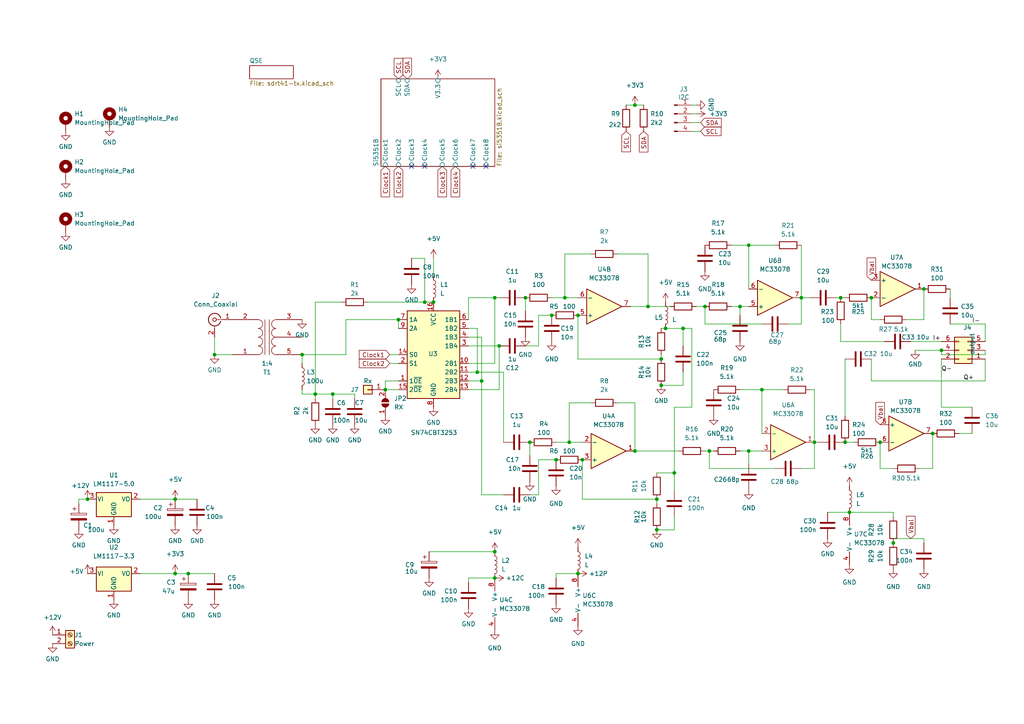
<source format=kicad_sch>
(kicad_sch (version 20230121) (generator eeschema)
  (paper "A4")
  (junction (at 217.17 71.12))
  (junction (at 160.02 91.44))
  (junction (at 165.1 128.27))
  (junction (at 273.05 101.6))
  (junction (at 187.96 88.9))
  (junction (at 184.15 30.48))
  (junction (at 123.19 87.63))
  (junction (at 87.63 102.87))
  (junction (at 91.44 114.3))
  (junction (at 191.77 111.76))
  (junction (at 96.52 114.3))
  (junction (at 198.12 95.25))
  (junction (at 205.74 130.81))
  (junction (at 190.5 144.78))
  (junction (at 153.67 128.27))
  (junction (at 220.98 113.03))
  (junction (at 246.38 148.59))
  (junction (at 111.76 113.03))
  (junction (at 25.4 144.78))
  (junction (at 232.41 86.36))
  (junction (at 204.47 88.9))
  (junction (at 245.11 128.27))
  (junction (at 191.77 104.14))
  (junction (at 115.57 92.71))
  (junction (at 144.78 100.33))
  (junction (at 161.29 133.35))
  (junction (at 193.04 95.25))
  (junction (at 163.83 86.36))
  (junction (at 217.17 130.81))
  (junction (at 190.5 153.67))
  (junction (at 143.51 160.02))
  (junction (at 139.7 110.49))
  (junction (at 255.27 128.27))
  (junction (at 50.8 144.78))
  (junction (at 125.73 87.63))
  (junction (at 143.51 86.36))
  (junction (at 54.61 166.37))
  (junction (at 243.84 86.36))
  (junction (at 259.08 157.48))
  (junction (at 138.43 107.95))
  (junction (at 167.64 91.44))
  (junction (at 152.4 86.36))
  (junction (at 236.22 128.27))
  (junction (at 267.97 83.82))
  (junction (at 168.91 133.35))
  (junction (at 143.51 167.64))
  (junction (at 50.8 166.37))
  (junction (at 195.58 137.16))
  (junction (at 270.51 125.73))
  (junction (at 167.64 166.37))
  (junction (at 252.73 86.36))
  (junction (at 214.63 88.9))
  (junction (at 184.15 130.81))
  (junction (at 62.23 102.87))
  (no_connect (at 137.16 48.26))
  (no_connect (at 119.38 48.26))
  (no_connect (at 123.19 48.26))
  (no_connect (at 140.97 48.26))
  (wire (pts (xy 217.17 71.12) (xy 217.17 83.82)))
  (wire (pts (xy 184.15 130.81) (xy 196.85 130.81)))
  (wire (pts (xy 267.97 157.48) (xy 267.97 156.21)))
  (wire (pts (xy 100.33 102.87) (xy 100.33 92.71)))
  (wire (pts (xy 205.74 130.81) (xy 207.01 130.81)))
  (wire (pts (xy 184.15 30.48) (xy 186.69 30.48)))
  (wire (pts (xy 236.22 128.27) (xy 237.49 128.27)))
  (wire (pts (xy 135.89 107.95) (xy 138.43 107.95)))
  (wire (pts (xy 156.21 100.33) (xy 156.21 91.44)))
  (wire (pts (xy 187.96 73.66) (xy 187.96 88.9)))
  (wire (pts (xy 200.66 33.02) (xy 201.93 33.02)))
  (wire (pts (xy 243.84 93.98) (xy 243.84 99.06)))
  (wire (pts (xy 87.63 114.3) (xy 91.44 114.3)))
  (wire (pts (xy 54.61 166.37) (xy 62.23 166.37)))
  (wire (pts (xy 195.58 118.11) (xy 200.66 118.11)))
  (wire (pts (xy 165.1 128.27) (xy 168.91 128.27)))
  (wire (pts (xy 163.83 73.66) (xy 163.83 86.36)))
  (wire (pts (xy 285.75 110.49) (xy 285.75 104.14)))
  (wire (pts (xy 115.57 110.49) (xy 111.76 110.49)))
  (wire (pts (xy 135.89 105.41) (xy 143.51 105.41)))
  (wire (pts (xy 144.78 113.03) (xy 144.78 100.33)))
  (wire (pts (xy 102.87 115.57) (xy 102.87 114.3)))
  (wire (pts (xy 198.12 100.33) (xy 198.12 95.25)))
  (wire (pts (xy 204.47 130.81) (xy 205.74 130.81)))
  (wire (pts (xy 91.44 114.3) (xy 96.52 114.3)))
  (wire (pts (xy 87.63 105.41) (xy 87.63 102.87)))
  (wire (pts (xy 193.04 95.25) (xy 191.77 95.25)))
  (wire (pts (xy 243.84 99.06) (xy 256.54 99.06)))
  (wire (pts (xy 214.63 91.44) (xy 214.63 88.9)))
  (wire (pts (xy 252.73 86.36) (xy 252.73 92.71)))
  (wire (pts (xy 143.51 86.36) (xy 144.78 86.36)))
  (wire (pts (xy 167.64 166.37) (xy 161.29 166.37)))
  (wire (pts (xy 91.44 87.63) (xy 99.06 87.63)))
  (wire (pts (xy 255.27 92.71) (xy 252.73 92.71)))
  (wire (pts (xy 171.45 116.84) (xy 165.1 116.84)))
  (wire (pts (xy 201.93 88.9) (xy 204.47 88.9)))
  (wire (pts (xy 161.29 128.27) (xy 165.1 128.27)))
  (wire (pts (xy 161.29 166.37) (xy 161.29 167.64)))
  (wire (pts (xy 214.63 113.03) (xy 220.98 113.03)))
  (wire (pts (xy 156.21 133.35) (xy 161.29 133.35)))
  (wire (pts (xy 168.91 133.35) (xy 168.91 144.78)))
  (wire (pts (xy 102.87 114.3) (xy 96.52 114.3)))
  (wire (pts (xy 191.77 111.76) (xy 198.12 111.76)))
  (wire (pts (xy 146.05 143.51) (xy 139.7 143.51)))
  (wire (pts (xy 285.75 102.87) (xy 273.05 102.87)))
  (wire (pts (xy 224.79 71.12) (xy 217.17 71.12)))
  (wire (pts (xy 138.43 107.95) (xy 146.05 107.95)))
  (wire (pts (xy 232.41 86.36) (xy 234.95 86.36)))
  (wire (pts (xy 160.02 86.36) (xy 163.83 86.36)))
  (wire (pts (xy 245.11 128.27) (xy 247.65 128.27)))
  (wire (pts (xy 212.09 88.9) (xy 214.63 88.9)))
  (wire (pts (xy 87.63 102.87) (xy 100.33 102.87)))
  (wire (pts (xy 267.97 92.71) (xy 267.97 83.82)))
  (wire (pts (xy 156.21 91.44) (xy 160.02 91.44)))
  (wire (pts (xy 179.07 116.84) (xy 184.15 116.84)))
  (wire (pts (xy 62.23 102.87) (xy 67.31 102.87)))
  (wire (pts (xy 220.98 93.98) (xy 204.47 93.98)))
  (wire (pts (xy 115.57 92.71) (xy 115.57 95.25)))
  (wire (pts (xy 270.51 135.89) (xy 270.51 125.73)))
  (wire (pts (xy 259.08 156.21) (xy 259.08 157.48)))
  (wire (pts (xy 242.57 86.36) (xy 243.84 86.36)))
  (wire (pts (xy 227.33 113.03) (xy 220.98 113.03)))
  (wire (pts (xy 22.86 144.78) (xy 22.86 146.05)))
  (wire (pts (xy 228.6 93.98) (xy 232.41 93.98)))
  (wire (pts (xy 153.67 143.51) (xy 156.21 143.51)))
  (wire (pts (xy 87.63 113.03) (xy 87.63 114.3)))
  (wire (pts (xy 179.07 73.66) (xy 187.96 73.66)))
  (wire (pts (xy 171.45 73.66) (xy 163.83 73.66)))
  (wire (pts (xy 234.95 113.03) (xy 236.22 113.03)))
  (wire (pts (xy 165.1 116.84) (xy 165.1 128.27)))
  (wire (pts (xy 115.57 102.87) (xy 113.03 102.87)))
  (wire (pts (xy 252.73 104.14) (xy 252.73 110.49)))
  (wire (pts (xy 191.77 104.14) (xy 167.64 104.14)))
  (wire (pts (xy 156.21 143.51) (xy 156.21 133.35)))
  (wire (pts (xy 139.7 110.49) (xy 139.7 97.79)))
  (wire (pts (xy 135.89 110.49) (xy 139.7 110.49)))
  (wire (pts (xy 50.8 144.78) (xy 57.15 144.78)))
  (wire (pts (xy 135.89 167.64) (xy 143.51 167.64)))
  (wire (pts (xy 285.75 101.6) (xy 285.75 102.87)))
  (wire (pts (xy 167.64 104.14) (xy 167.64 91.44)))
  (wire (pts (xy 195.58 137.16) (xy 195.58 118.11)))
  (wire (pts (xy 262.89 92.71) (xy 267.97 92.71)))
  (wire (pts (xy 217.17 130.81) (xy 220.98 130.81)))
  (wire (pts (xy 252.73 110.49) (xy 285.75 110.49)))
  (wire (pts (xy 285.75 93.98) (xy 285.75 99.06)))
  (wire (pts (xy 200.66 35.56) (xy 203.2 35.56)))
  (wire (pts (xy 111.76 113.03) (xy 115.57 113.03)))
  (wire (pts (xy 138.43 107.95) (xy 138.43 95.25)))
  (wire (pts (xy 153.67 128.27) (xy 153.67 132.08)))
  (wire (pts (xy 125.73 87.63) (xy 123.19 87.63)))
  (wire (pts (xy 139.7 143.51) (xy 139.7 110.49)))
  (wire (pts (xy 259.08 148.59) (xy 246.38 148.59)))
  (wire (pts (xy 259.08 149.86) (xy 259.08 148.59)))
  (wire (pts (xy 214.63 88.9) (xy 217.17 88.9)))
  (wire (pts (xy 232.41 71.12) (xy 232.41 86.36)))
  (wire (pts (xy 264.16 99.06) (xy 273.05 99.06)))
  (wire (pts (xy 22.86 144.78) (xy 25.4 144.78)))
  (wire (pts (xy 278.13 125.73) (xy 281.94 125.73)))
  (wire (pts (xy 54.61 166.37) (xy 50.8 166.37)))
  (wire (pts (xy 195.58 153.67) (xy 195.58 149.86)))
  (wire (pts (xy 212.09 71.12) (xy 217.17 71.12)))
  (wire (pts (xy 190.5 137.16) (xy 195.58 137.16)))
  (wire (pts (xy 124.46 160.02) (xy 143.51 160.02)))
  (wire (pts (xy 91.44 87.63) (xy 91.44 114.3)))
  (wire (pts (xy 144.78 100.33) (xy 135.89 100.33)))
  (wire (pts (xy 62.23 97.79) (xy 62.23 102.87)))
  (wire (pts (xy 191.77 102.87) (xy 191.77 104.14)))
  (wire (pts (xy 113.03 105.41) (xy 115.57 105.41)))
  (wire (pts (xy 100.33 92.71) (xy 115.57 92.71)))
  (wire (pts (xy 135.89 113.03) (xy 144.78 113.03)))
  (wire (pts (xy 138.43 95.25) (xy 135.89 95.25)))
  (wire (pts (xy 198.12 95.25) (xy 193.04 95.25)))
  (wire (pts (xy 275.59 93.98) (xy 285.75 93.98)))
  (wire (pts (xy 40.64 166.37) (xy 50.8 166.37)))
  (wire (pts (xy 281.94 118.11) (xy 273.05 118.11)))
  (wire (pts (xy 200.66 38.1) (xy 203.2 38.1)))
  (wire (pts (xy 243.84 86.36) (xy 245.11 86.36)))
  (wire (pts (xy 96.52 115.57) (xy 96.52 114.3)))
  (wire (pts (xy 184.15 116.84) (xy 184.15 130.81)))
  (wire (pts (xy 214.63 130.81) (xy 217.17 130.81)))
  (wire (pts (xy 195.58 142.24) (xy 195.58 137.16)))
  (wire (pts (xy 135.89 86.36) (xy 143.51 86.36)))
  (wire (pts (xy 217.17 134.62) (xy 217.17 130.81)))
  (wire (pts (xy 187.96 88.9) (xy 194.31 88.9)))
  (wire (pts (xy 198.12 111.76) (xy 198.12 107.95)))
  (wire (pts (xy 245.11 120.65) (xy 245.11 104.14)))
  (wire (pts (xy 123.19 87.63) (xy 123.19 74.93)))
  (wire (pts (xy 273.05 102.87) (xy 273.05 101.6)))
  (wire (pts (xy 135.89 168.91) (xy 135.89 167.64)))
  (wire (pts (xy 266.7 135.89) (xy 270.51 135.89)))
  (wire (pts (xy 152.4 86.36) (xy 152.4 90.17)))
  (wire (pts (xy 265.43 101.6) (xy 273.05 101.6)))
  (wire (pts (xy 204.47 93.98) (xy 204.47 88.9)))
  (wire (pts (xy 220.98 113.03) (xy 220.98 125.73)))
  (wire (pts (xy 255.27 128.27) (xy 255.27 135.89)))
  (wire (pts (xy 275.59 83.82) (xy 275.59 86.36)))
  (wire (pts (xy 232.41 93.98) (xy 232.41 86.36)))
  (wire (pts (xy 106.68 87.63) (xy 123.19 87.63)))
  (wire (pts (xy 259.08 135.89) (xy 255.27 135.89)))
  (wire (pts (xy 236.22 113.03) (xy 236.22 128.27)))
  (wire (pts (xy 190.5 153.67) (xy 195.58 153.67)))
  (wire (pts (xy 190.5 144.78) (xy 190.5 146.05)))
  (wire (pts (xy 143.51 105.41) (xy 143.51 86.36)))
  (wire (pts (xy 273.05 118.11) (xy 273.05 104.14)))
  (wire (pts (xy 135.89 92.71) (xy 135.89 86.36)))
  (wire (pts (xy 123.19 74.93) (xy 119.38 74.93)))
  (wire (pts (xy 40.64 144.78) (xy 50.8 144.78)))
  (wire (pts (xy 181.61 30.48) (xy 184.15 30.48)))
  (wire (pts (xy 125.73 74.93) (xy 125.73 80.01)))
  (wire (pts (xy 91.44 114.3) (xy 91.44 115.57)))
  (wire (pts (xy 111.76 110.49) (xy 111.76 113.03)))
  (wire (pts (xy 267.97 156.21) (xy 259.08 156.21)))
  (wire (pts (xy 200.66 95.25) (xy 198.12 95.25)))
  (wire (pts (xy 182.88 88.9) (xy 187.96 88.9)))
  (wire (pts (xy 200.66 118.11) (xy 200.66 95.25)))
  (wire (pts (xy 163.83 86.36) (xy 167.64 86.36)))
  (wire (pts (xy 152.4 100.33) (xy 156.21 100.33)))
  (wire (pts (xy 205.74 135.89) (xy 205.74 130.81)))
  (wire (pts (xy 146.05 107.95) (xy 146.05 128.27)))
  (wire (pts (xy 236.22 135.89) (xy 236.22 128.27)))
  (wire (pts (xy 224.79 135.89) (xy 205.74 135.89)))
  (wire (pts (xy 246.38 148.59) (xy 240.03 148.59)))
  (wire (pts (xy 232.41 135.89) (xy 236.22 135.89)))
  (wire (pts (xy 201.93 30.48) (xy 200.66 30.48)))
  (wire (pts (xy 168.91 144.78) (xy 190.5 144.78)))
  (wire (pts (xy 139.7 97.79) (xy 135.89 97.79)))
  (label "Q-" (at 273.05 107.95 0))
  (label "I+" (at 270.51 99.06 0))
  (label "I-" (at 281.94 93.98 0))
  (label "Q+" (at 279.4 110.49 0))
  (global_label "SCL" (shape input) (at 203.2 38.1 0) (property "Intersheetrefs" "${INTERSHEET_REFS}" (effects hide)))
  (global_label "SCL" (shape input) (at 181.61 38.1 270) (property "Intersheetrefs" "${INTERSHEET_REFS}" (effects hide)))
  (global_label "Vbal" (shape input) (at 255.27 123.19 90) (property "Intersheetrefs" "${INTERSHEET_REFS}" (effects hide)))
  (global_label "SDA" (shape input) (at 203.2 35.56 0) (property "Intersheetrefs" "${INTERSHEET_REFS}" (effects hide)))
  (global_label "Clock2" (shape input) (at 115.57 48.26 270) (property "Intersheetrefs" "${INTERSHEET_REFS}" (effects hide)))
  (global_label "Vbal" (shape input) (at 264.16 156.21 90) (property "Intersheetrefs" "${INTERSHEET_REFS}" (effects hide)))
  (global_label "Clock1" (shape input) (at 111.76 48.26 270) (property "Intersheetrefs" "${INTERSHEET_REFS}" (effects hide)))
  (global_label "Clock2" (shape input) (at 113.03 105.41 180) (property "Intersheetrefs" "${INTERSHEET_REFS}" (effects hide)))
  (global_label "Clock3" (shape input) (at 128.27 48.26 270) (property "Intersheetrefs" "${INTERSHEET_REFS}" (effects hide)))
  (global_label "Vbal" (shape input) (at 252.73 81.28 90) (property "Intersheetrefs" "${INTERSHEET_REFS}" (effects hide)))
  (global_label "SDA" (shape input) (at 186.69 38.1 270) (property "Intersheetrefs" "${INTERSHEET_REFS}" (effects hide)))
  (global_label "SCL" (shape input) (at 115.57 22.86 90) (property "Intersheetrefs" "${INTERSHEET_REFS}" (effects hide)))
  (global_label "Clock4" (shape input) (at 132.08 48.26 270) (property "Intersheetrefs" "${INTERSHEET_REFS}" (effects hide)))
  (global_label "SDA" (shape input) (at 118.11 22.86 90) (property "Intersheetrefs" "${INTERSHEET_REFS}" (effects hide)))
  (global_label "Clock1" (shape input) (at 113.03 102.87 180) (property "Intersheetrefs" "${INTERSHEET_REFS}" (effects hide)))
  (symbol (lib_id "power:GND") (at 96.52 123.19 0) (mirror y) (unit 1)
    (property "Reference" "#PWR017" (effects hide))
    (property "Value" "GND" (at 96.52 127.635 0))
  )
  (symbol (lib_id "power:+5V") (at 193.04 87.63 0) (unit 1)
    (property "Reference" "#PWR046" (effects hide))
    (property "Value" "+5V" (at 193.04 81.915 0))
  )
  (symbol (lib_id "Device:C") (at 267.97 161.29 0) (mirror x) (unit 1)
    (property "Reference" "C34" (at 264.795 160.0199 0) (effects (justify right)))
    (property "Value" "100n" (at 264.795 162.5599 0) (effects (justify right)))
    (property "Footprint" "Capacitor_SMD:C_0805_2012Metric" (effects hide))
  )
  (symbol (lib_id "Device:C") (at 248.92 104.14 90) (unit 1)
    (property "Reference" "C32" (at 252.476 102.616 90))
    (property "Value" "10u" (at 257.048 102.616 90))
    (property "Footprint" "Capacitor_SMD:C_0805_2012Metric" (effects hide))
  )
  (symbol (lib_id "power:GND") (at 143.51 182.88 0) (unit 1)
    (property "Reference" "#PWR029" (effects hide))
    (property "Value" "GND" (at 143.51 187.96 0))
  )
  (symbol (lib_id "Jumper:SolderJumper_2_Open") (at 111.76 116.84 90) (unit 1)
    (property "Reference" "JP2" (at 114.3 115.5699 90) (effects (justify right)))
    (property "Value" "RX" (at 114.3 118.1099 90) (effects (justify right)))
    (property "Footprint" "Jumper:SolderJumper-2_P1.3mm_Open_Pad1.0x1.5mm" (effects hide))
  )
  (symbol (lib_id "Device:C") (at 224.79 93.98 90) (unit 1)
    (property "Reference" "C27" (at 225.425 97.155 90))
    (property "Value" "68p" (at 224.79 99.06 90))
    (property "Footprint" "Capacitor_SMD:C_0805_2012Metric" (effects hide))
  )
  (symbol (lib_id "Device:C") (at 119.38 78.74 180) (unit 1)
    (property "Reference" "C8" (at 122.555 77.4699 0) (effects (justify right)))
    (property "Value" "100n" (at 122.555 80.0099 0) (effects (justify right)))
    (property "Footprint" "Capacitor_SMD:C_0805_2012Metric" (effects hide))
  )
  (symbol (lib_id "power:GND") (at 207.01 120.65 0) (unit 1)
    (property "Reference" "#PWR048" (effects hide))
    (property "Value" "GND" (at 207.01 125.73 0))
  )
  (symbol (lib_id "Analog_Switch:SN74CBT3253") (at 125.73 102.87 0) (unit 1)
    (property "Reference" "U3" (at 124.206 102.616 0) (effects (justify left)))
    (property "Value" "SN74CBT3253" (at 119.126 125.476 0) (effects (justify left)))
    (property "Footprint" "Package_SO:TSSOP-16_4.4x5mm_P0.65mm" (effects hide))
    (property "Datasheet" "http://www.ti.com/lit/gpn/sn74cbt3253" (effects hide))
  )
  (symbol (lib_id "power:GND") (at 33.02 152.4 0) (unit 1)
    (property "Reference" "#PWR06" (effects hide))
    (property "Value" "GND" (at 33.02 156.845 0))
  )
  (symbol (lib_id "Device:C") (at 149.86 143.51 270) (unit 1)
    (property "Reference" "C14" (at 145.415 147.32 90))
    (property "Value" "1u" (at 149.86 147.32 90))
    (property "Footprint" "Capacitor_SMD:C_0805_2012Metric" (effects hide))
  )
  (symbol (lib_id "Connector_Generic:Conn_02x03_Odd_Even") (at 280.67 101.6 180) (unit 1)
    (property "Reference" "J4" (at 279.4 94.996 0) (effects (justify right)))
    (property "Value" "output" (at 281.94 102.8699 90) (effects (justify right)))
    (property "Footprint" "Connector_PinHeader_2.54mm:PinHeader_2x03_P2.54mm_Vertical" (effects hide))
  )
  (symbol (lib_id "Amplifier_Operational:MC33078") (at 176.53 130.81 0) (mirror x) (unit 1)
    (property "Reference" "U4" (at 176.53 120.65 0))
    (property "Value" "MC33078" (at 176.53 123.19 0))
    (property "Footprint" "Package_SO:SO-8_3.9x4.9mm_P1.27mm" (effects hide))
    (property "Datasheet" "https://www.onsemi.com/pub/Collateral/MC33078-D.PDF" (effects hide))
  )
  (symbol (lib_id "power:+3.3V") (at 184.15 30.48 0) (unit 1)
    (property "Reference" "#PWR041" (effects hide))
    (property "Value" "+3.3V" (at 184.15 24.765 0))
  )
  (symbol (lib_id "Device:C") (at 148.59 86.36 270) (unit 1)
    (property "Reference" "C11" (at 148.59 78.74 90))
    (property "Value" "1u" (at 148.59 81.28 90))
    (property "Footprint" "Capacitor_SMD:C_0805_2012Metric" (effects hide))
  )
  (symbol (lib_id "power:GND") (at 214.63 99.06 0) (unit 1)
    (property "Reference" "#PWR049" (effects hide))
    (property "Value" "GND" (at 214.63 104.14 0))
  )
  (symbol (lib_id "Device:C") (at 149.86 128.27 270) (unit 1)
    (property "Reference" "C13" (at 149.86 120.65 90))
    (property "Value" "1u" (at 149.86 123.19 90))
    (property "Footprint" "Capacitor_SMD:C_0805_2012Metric" (effects hide))
  )
  (symbol (lib_id "Regulator_Linear:LM1117-5.0") (at 33.02 144.78 0) (unit 1)
    (property "Reference" "U1" (at 33.02 137.795 0))
    (property "Value" "LM1117-5.0" (at 33.02 140.335 0))
    (property "Footprint" "Package_TO_SOT_SMD:SOT-223-3_TabPin2" (effects hide))
    (property "Datasheet" "http://www.ti.com/lit/ds/symlink/lm1117.pdf" (effects hide))
  )
  (symbol (lib_id "power:GND") (at 167.64 181.61 0) (unit 1)
    (property "Reference" "#PWR040" (effects hide))
    (property "Value" "GND" (at 167.64 186.69 0))
  )
  (symbol (lib_id "power:GND") (at 190.5 153.67 0) (unit 1)
    (property "Reference" "#PWR044" (effects hide))
    (property "Value" "GND" (at 190.5 158.115 0))
  )
  (symbol (lib_id "Device:R") (at 165.1 133.35 270) (unit 1)
    (property "Reference" "R6" (at 160.655 130.81 90))
    (property "Value" "100" (at 165.1 130.81 90))
    (property "Footprint" "Resistor_SMD:R_0805_2012Metric" (effects hide))
  )
  (symbol (lib_id "Device:R") (at 210.82 113.03 90) (unit 1)
    (property "Reference" "R19" (at 210.82 106.68 90))
    (property "Value" "5.1k" (at 210.82 109.22 90))
    (property "Footprint" "Resistor_SMD:R_0805_2012Metric" (effects hide))
  )
  (symbol (lib_id "power:GND") (at 204.47 78.74 0) (unit 1)
    (property "Reference" "#PWR047" (effects hide))
    (property "Value" "GND" (at 204.47 83.82 0))
  )
  (symbol (lib_id "Device:R") (at 208.28 88.9 270) (unit 1)
    (property "Reference" "R18" (at 208.28 82.55 90))
    (property "Value" "5.1k" (at 208.28 85.09 90))
    (property "Footprint" "Resistor_SMD:R_0805_2012Metric" (effects hide))
  )
  (symbol (lib_id "Device:C") (at 238.76 86.36 90) (unit 1)
    (property "Reference" "C29" (at 238.76 78.74 90))
    (property "Value" "10u" (at 238.76 81.28 90))
    (property "Footprint" "Capacitor_SMD:C_0805_2012Metric" (effects hide))
  )
  (symbol (lib_id "Device:R") (at 248.92 86.36 270) (unit 1)
    (property "Reference" "R25" (at 248.92 90.424 90))
    (property "Value" "5k1" (at 248.92 88.646 90))
    (property "Footprint" "Resistor_SMD:R_0805_2012Metric" (effects hide))
  )
  (symbol (lib_id "Device:R") (at 262.89 135.89 270) (unit 1)
    (property "Reference" "R30" (at 260.604 138.684 90))
    (property "Value" "5.1k" (at 264.922 138.684 90))
    (property "Footprint" "Resistor_SMD:R_0805_2012Metric" (effects hide))
  )
  (symbol (lib_id "Device:C_Polarized") (at 124.46 163.83 0) (unit 1)
    (property "Reference" "C9" (at 117.475 163.83 0) (effects (justify left)))
    (property "Value" "10u" (at 117.475 165.735 0) (effects (justify left)))
    (property "Footprint" "Capacitor_SMD:C_0805_2012Metric" (effects hide))
  )
  (symbol (lib_id "Device:C") (at 204.47 74.93 180) (unit 1)
    (property "Reference" "C23" (at 208.28 73.6599 0) (effects (justify right)))
    (property "Value" "10u" (at 208.28 76.1999 0) (effects (justify right)))
    (property "Footprint" "Capacitor_SMD:C_0805_2012Metric" (effects hide))
  )
  (symbol (lib_id "Device:R") (at 91.44 119.38 0) (unit 1)
    (property "Reference" "R2" (at 86.106 119.126 90))
    (property "Value" "2k" (at 88.646 119.126 90))
    (property "Footprint" "Resistor_SMD:R_0805_2012Metric" (effects hide))
  )
  (symbol (lib_id "Device:L") (at 246.38 144.78 0) (unit 1)
    (property "Reference" "L6" (at 248.285 143.5099 0) (effects (justify left)))
    (property "Value" "L" (at 248.285 146.0499 0) (effects (justify left)))
    (property "Footprint" "Inductor_SMD:L_0603_1608Metric" (effects hide))
  )
  (symbol (lib_id "Device:R") (at 175.26 116.84 270) (unit 1)
    (property "Reference" "R8" (at 175.26 110.49 90))
    (property "Value" "2k" (at 175.26 113.03 90))
    (property "Footprint" "Resistor_SMD:R_0805_2012Metric" (effects hide))
  )
  (symbol (lib_id "Device:R") (at 190.5 140.97 0) (unit 1)
    (property "Reference" "R11" (at 184.15 140.97 90))
    (property "Value" "10k" (at 186.69 140.97 90))
    (property "Footprint" "Resistor_SMD:R_0805_2012Metric" (effects hide))
  )
  (symbol (lib_id "power:+5V") (at 143.51 160.02 0) (unit 1)
    (property "Reference" "#PWR027" (effects hide))
    (property "Value" "+5V" (at 143.51 154.305 0))
  )
  (symbol (lib_id "Device:R") (at 231.14 113.03 270) (unit 1)
    (property "Reference" "R22" (at 231.14 107.315 90))
    (property "Value" "5.1k" (at 231.14 109.855 90))
    (property "Footprint" "Resistor_SMD:R_0805_2012Metric" (effects hide))
  )
  (symbol (lib_id "Amplifier_Operational:MC33078") (at 224.79 86.36 0) (mirror x) (unit 2)
    (property "Reference" "U6" (at 224.79 75.565 0))
    (property "Value" "MC33078" (at 224.79 78.105 0))
    (property "Footprint" "Package_SO:SO-8_3.9x4.9mm_P1.27mm" (effects hide))
    (property "Datasheet" "https://www.onsemi.com/pub/Collateral/MC33078-D.PDF" (effects hide))
  )
  (symbol (lib_id "Device:R") (at 271.78 83.82 270) (unit 1)
    (property "Reference" "R31" (at 271.78 78.105 90))
    (property "Value" "100" (at 271.78 80.645 90))
    (property "Footprint" "Resistor_SMD:R_0805_2012Metric" (effects hide))
  )
  (symbol (lib_id "Device:R") (at 259.08 153.67 0) (unit 1)
    (property "Reference" "R28" (at 252.73 153.67 90))
    (property "Value" "10k" (at 255.27 153.67 90))
    (property "Footprint" "Resistor_SMD:R_0805_2012Metric" (effects hide))
  )
  (symbol (lib_id "Device:C") (at 153.67 135.89 180) (unit 1)
    (property "Reference" "C17" (at 146.685 133.35 0) (effects (justify right)))
    (property "Value" "10n" (at 147.32 135.89 0) (effects (justify right)))
    (property "Footprint" "Capacitor_SMD:C_0805_2012Metric" (effects hide))
  )
  (symbol (lib_id "Device:C") (at 62.23 170.18 0) (mirror x) (unit 1)
    (property "Reference" "C5" (at 68.58 167.64 0) (effects (justify right)))
    (property "Value" "100n" (at 71.12 170.18 0) (effects (justify right)))
    (property "Footprint" "Capacitor_SMD:C_0805_2012Metric" (effects hide))
  )
  (symbol (lib_id "power:GND") (at 135.89 176.53 0) (mirror y) (unit 1)
    (property "Reference" "#PWR026" (effects hide))
    (property "Value" "GND" (at 135.89 180.975 0))
  )
  (symbol (lib_id "Device:R") (at 191.77 99.06 0) (unit 1)
    (property "Reference" "R13" (at 186.055 99.06 90))
    (property "Value" "10k" (at 187.96 99.06 90))
    (property "Footprint" "Resistor_SMD:R_0805_2012Metric" (effects hide))
  )
  (symbol (lib_id "Mechanical:MountingHole_Pad") (at 19.05 64.77 0) (unit 1)
    (property "Reference" "H3" (at 21.59 62.2299 0) (effects (justify left)))
    (property "Value" "MountingHole_Pad" (at 21.59 64.7699 0) (effects (justify left)))
    (property "Footprint" "MountingHole:MountingHole_3.2mm_M3_Pad_Via" (effects hide))
  )
  (symbol (lib_id "power:GND") (at 19.05 52.07 0) (unit 1)
    (property "Reference" "#PWR025" (effects hide))
    (property "Value" "GND" (at 19.05 56.515 0))
  )
  (symbol (lib_id "power:GND") (at 19.05 38.1 0) (unit 1)
    (property "Reference" "#PWR030" (effects hide))
    (property "Value" "GND" (at 19.05 42.545 0))
  )
  (symbol (lib_id "Device:R") (at 163.83 91.44 270) (unit 1)
    (property "Reference" "R5" (at 160.655 88.9 90))
    (property "Value" "100" (at 165.1 88.9 90))
    (property "Footprint" "Resistor_SMD:R_0805_2012Metric" (effects hide))
  )
  (symbol (lib_id "power:GND") (at 152.4 97.79 0) (unit 1)
    (property "Reference" "#PWR032" (effects hide))
    (property "Value" "GND" (at 152.4 102.87 0))
  )
  (symbol (lib_id "Device:R") (at 190.5 149.86 0) (unit 1)
    (property "Reference" "R12" (at 184.785 149.86 90))
    (property "Value" "10k" (at 186.69 149.86 90))
    (property "Footprint" "Resistor_SMD:R_0805_2012Metric" (effects hide))
  )
  (symbol (lib_id "Device:R") (at 102.87 87.63 90) (unit 1)
    (property "Reference" "R1" (at 102.87 82.55 90))
    (property "Value" "2k" (at 102.87 85.09 90))
    (property "Footprint" "Resistor_SMD:R_0805_2012Metric" (effects hide))
  )
  (symbol (lib_id "power:GND") (at 19.05 67.31 0) (unit 1)
    (property "Reference" "#PWR024" (effects hide))
    (property "Value" "GND" (at 19.05 71.755 0))
  )
  (symbol (lib_id "power:+12C") (at 143.51 167.64 270) (unit 1)
    (property "Reference" "#PWR028" (effects hide))
    (property "Value" "+12C" (at 146.685 167.6399 90) (effects (justify left)))
  )
  (symbol (lib_id "power:GND") (at 119.38 82.55 0) (unit 1)
    (property "Reference" "#PWR020" (effects hide))
    (property "Value" "GND" (at 119.38 86.995 0))
  )
  (symbol (lib_id "Mechanical:MountingHole_Pad") (at 19.05 35.56 0) (unit 1)
    (property "Reference" "H1" (at 21.59 33.0199 0) (effects (justify left)))
    (property "Value" "MountingHole_Pad" (at 21.59 35.5599 0) (effects (justify left)))
    (property "Footprint" "MountingHole:MountingHole_3.2mm_M3_Pad_Via" (effects hide))
  )
  (symbol (lib_id "Device:C") (at 160.02 95.25 180) (unit 1)
    (property "Reference" "C19" (at 162.56 95.25 0) (effects (justify right)))
    (property "Value" "10n" (at 162.56 97.79 0) (effects (justify right)))
    (property "Footprint" "Capacitor_SMD:C_0805_2012Metric" (effects hide))
  )
  (symbol (lib_id "power:GND") (at 201.93 30.48 90) (unit 1)
    (property "Reference" "#PWR043" (effects hide))
    (property "Value" "GND" (at 206.3242 30.353 0))
  )
  (symbol (lib_id "Device:R") (at 274.32 125.73 270) (unit 1)
    (property "Reference" "R32" (at 274.32 120.015 90))
    (property "Value" "100" (at 274.32 122.555 90))
    (property "Footprint" "Resistor_SMD:R_0805_2012Metric" (effects hide))
  )
  (symbol (lib_id "power:+5V") (at 50.8 144.78 0) (unit 1)
    (property "Reference" "#PWR08" (effects hide))
    (property "Value" "+5V" (at 50.8 139.065 0))
  )
  (symbol (lib_id "Device:Transformer_1P_SS") (at 77.47 97.79 0) (mirror x) (unit 1)
    (property "Reference" "T1" (at 77.4827 107.95 0))
    (property "Value" "1:4" (at 77.4827 105.41 0))
    (property "Footprint" "tubes:Transformer_Toroid_Horizontal_D12.5mm_Amidon-T44" (effects hide))
  )
  (symbol (lib_id "Mechanical:MountingHole_Pad") (at 19.05 49.53 0) (unit 1)
    (property "Reference" "H2" (at 21.59 46.9899 0) (effects (justify left)))
    (property "Value" "MountingHole_Pad" (at 21.59 49.5299 0) (effects (justify left)))
    (property "Footprint" "MountingHole:MountingHole_3.2mm_M3_Pad_Via" (effects hide))
  )
  (symbol (lib_id "Device:R") (at 186.69 34.29 0) (unit 1)
    (property "Reference" "R10" (at 188.595 33.0199 0) (effects (justify left)))
    (property "Value" "2k2" (at 188.595 35.5599 0) (effects (justify left)))
    (property "Footprint" "Resistor_SMD:R_0805_2012Metric" (effects hide))
  )
  (symbol (lib_id "power:GND") (at 102.87 123.19 0) (mirror y) (unit 1)
    (property "Reference" "#PWR018" (effects hide))
    (property "Value" "GND" (at 102.87 127.635 0))
  )
  (symbol (lib_id "power:+5V") (at 25.4 166.37 0) (unit 1)
    (property "Reference" "#PWR05" (effects hide))
    (property "Value" "+5V" (at 22.225 165.735 0))
  )
  (symbol (lib_id "power:GND") (at 246.38 163.83 0) (unit 1)
    (property "Reference" "#PWR053" (effects hide))
    (property "Value" "GND" (at 246.38 168.91 0))
  )
  (symbol (lib_id "Connector:Screw_Terminal_01x02") (at 20.32 184.15 0) (unit 1)
    (property "Reference" "J1" (at 21.59 184.1499 0) (effects (justify left)))
    (property "Value" "Power" (at 21.59 186.6899 0) (effects (justify left)))
    (property "Footprint" "TerminalBlock_MetzConnect:TerminalBlock_MetzConnect_Type011_RT05502HBWC_1x02_P5.00mm_Horizontal" (effects hide))
  )
  (symbol (lib_id "power:+5V") (at 246.38 140.97 0) (unit 1)
    (property "Reference" "#PWR052" (effects hide))
    (property "Value" "+5V" (at 246.38 135.255 0))
  )
  (symbol (lib_id "Device:L") (at 125.73 83.82 0) (unit 1)
    (property "Reference" "L1" (at 127.635 82.5499 0) (effects (justify left)))
    (property "Value" "L" (at 127.635 85.0899 0) (effects (justify left)))
    (property "Footprint" "Inductor_SMD:L_0603_1608Metric" (effects hide))
  )
  (symbol (lib_id "Device:R") (at 198.12 88.9 270) (unit 1)
    (property "Reference" "R15" (at 198.12 82.55 90))
    (property "Value" "5.1k" (at 198.12 85.09 90))
    (property "Footprint" "Resistor_SMD:R_0805_2012Metric" (effects hide))
  )
  (symbol (lib_id "Device:C") (at 195.58 146.05 180) (unit 1)
    (property "Reference" "C21" (at 199.39 144.7799 0) (effects (justify right)))
    (property "Value" "100n" (at 199.39 147.3199 0) (effects (justify right)))
    (property "Footprint" "Capacitor_SMD:C_0805_2012Metric" (effects hide))
  )
  (symbol (lib_id "Device:R") (at 251.46 128.27 270) (unit 1)
    (property "Reference" "R26" (at 251.46 132.334 90))
    (property "Value" "5k1" (at 251.46 130.556 90))
    (property "Footprint" "Resistor_SMD:R_0805_2012Metric" (effects hide))
  )
  (symbol (lib_id "Device:C") (at 214.63 95.25 180) (unit 1)
    (property "Reference" "C25" (at 207.01 96.52 0) (effects (justify right)))
    (property "Value" "68p" (at 207.01 98.425 0) (effects (justify right)))
    (property "Footprint" "Capacitor_SMD:C_0805_2012Metric" (effects hide))
  )
  (symbol (lib_id "power:+12V") (at 25.4 144.78 0) (unit 1)
    (property "Reference" "#PWR04" (effects hide))
    (property "Value" "+12V" (at 20.701 140.843 0) (effects (justify left)))
  )
  (symbol (lib_id "Device:C") (at 240.03 152.4 0) (mirror x) (unit 1)
    (property "Reference" "C30" (at 236.855 151.1299 0) (effects (justify right)))
    (property "Value" "100n" (at 236.855 153.6699 0) (effects (justify right)))
    (property "Footprint" "Capacitor_SMD:C_0805_2012Metric" (effects hide))
  )
  (symbol (lib_id "power:GND") (at 217.17 142.24 0) (unit 1)
    (property "Reference" "#PWR050" (effects hide))
    (property "Value" "GND" (at 217.17 147.32 0))
  )
  (symbol (lib_id "Device:L") (at 167.64 162.56 0) (unit 1)
    (property "Reference" "L4" (at 169.545 161.2899 0) (effects (justify left)))
    (property "Value" "L" (at 169.545 163.8299 0) (effects (justify left)))
    (property "Footprint" "Inductor_SMD:L_0603_1608Metric" (effects hide))
  )
  (symbol (lib_id "Device:R") (at 157.48 128.27 270) (unit 1)
    (property "Reference" "R4" (at 157.734 122.936 90))
    (property "Value" "100" (at 157.734 125.476 90))
    (property "Footprint" "Resistor_SMD:R_0805_2012Metric" (effects hide))
  )
  (symbol (lib_id "power:+12P") (at 167.64 166.37 270) (unit 1)
    (property "Reference" "#PWR039" (effects hide))
    (property "Value" "+12P" (at 170.815 166.3699 90) (effects (justify left)))
  )
  (symbol (lib_id "Connector:Conn_Coaxial") (at 62.23 92.71 0) (mirror y) (unit 1)
    (property "Reference" "J2" (at 62.5474 85.725 0))
    (property "Value" "Conn_Coaxial" (at 62.5474 88.265 0))
    (property "Footprint" "Connector_Coaxial:SMA_Amphenol_132134_Vertical" (effects hide))
    (property "Datasheet" " ~" (effects hide))
  )
  (symbol (lib_id "power:+12V") (at 15.24 184.15 0) (unit 1)
    (property "Reference" "#PWR01" (effects hide))
    (property "Value" "+12V" (at 15.24 179.07 0))
  )
  (symbol (lib_id "power:GND") (at 57.15 152.4 0) (mirror y) (unit 1)
    (property "Reference" "#PWR012" (effects hide))
    (property "Value" "GND" (at 57.15 156.845 0))
  )
  (symbol (lib_id "Amplifier_Operational:MC33078") (at 170.18 173.99 0) (unit 3)
    (property "Reference" "U6" (at 168.91 172.7199 0) (effects (justify left)))
    (property "Value" "MC33078" (at 168.91 175.2599 0) (effects (justify left)))
    (property "Footprint" "Package_SO:SO-8_3.9x4.9mm_P1.27mm" (effects hide))
    (property "Datasheet" "https://www.onsemi.com/pub/Collateral/MC33078-D.PDF" (effects hide))
  )
  (symbol (lib_id "Amplifier_Operational:MC33078") (at 175.26 88.9 0) (mirror x) (unit 2)
    (property "Reference" "U4" (at 175.26 78.105 0))
    (property "Value" "MC33078" (at 175.26 80.645 0))
    (property "Footprint" "Package_SO:SO-8_3.9x4.9mm_P1.27mm" (effects hide))
    (property "Datasheet" "https://www.onsemi.com/pub/Collateral/MC33078-D.PDF" (effects hide))
  )
  (symbol (lib_id "Device:R") (at 191.77 107.95 0) (unit 1)
    (property "Reference" "R14" (at 186.055 107.95 90))
    (property "Value" "10k" (at 187.96 107.95 90))
    (property "Footprint" "Resistor_SMD:R_0805_2012Metric" (effects hide))
  )
  (symbol (lib_id "Device:R") (at 181.61 34.29 0) (unit 1)
    (property "Reference" "R9" (at 177.165 33.02 0) (effects (justify left)))
    (property "Value" "2k2" (at 176.53 36.195 0) (effects (justify left)))
    (property "Footprint" "Resistor_SMD:R_0805_2012Metric" (effects hide))
  )
  (symbol (lib_id "Device:C_Polarized") (at 22.86 149.86 0) (unit 1)
    (property "Reference" "C1" (at 24.13 152.4 0) (effects (justify left)))
    (property "Value" "100u" (at 25.4 153.67 0) (effects (justify left)))
    (property "Footprint" "Capacitor_SMD:CP_Elec_8x10.5" (effects hide))
  )
  (symbol (lib_id "power:GND") (at 62.23 102.87 0) (unit 1)
    (property "Reference" "#PWR013" (effects hide))
    (property "Value" "GND" (at 62.23 107.315 0))
  )
  (symbol (lib_id "Amplifier_Operational:MC33078") (at 262.89 125.73 0) (unit 2)
    (property "Reference" "U7" (at 262.636 116.586 0))
    (property "Value" "MC33078" (at 262.636 119.126 0))
    (property "Footprint" "Package_SO:SO-8_3.9x4.9mm_P1.27mm" (effects hide))
    (property "Datasheet" "https://www.onsemi.com/pub/Collateral/MC33078-D.PDF" (effects hide))
  )
  (symbol (lib_id "Device:C") (at 275.59 90.17 180) (unit 1)
    (property "Reference" "C35" (at 278.638 88.8999 0) (effects (justify right)))
    (property "Value" "10u" (at 278.638 91.4399 0) (effects (justify right)))
    (property "Footprint" "Capacitor_SMD:C_0805_2012Metric" (effects hide))
  )
  (symbol (lib_id "Device:R") (at 210.82 130.81 270) (unit 1)
    (property "Reference" "R20" (at 210.82 124.46 90))
    (property "Value" "5.1k" (at 210.82 127 90))
    (property "Footprint" "Resistor_SMD:R_0805_2012Metric" (effects hide))
  )
  (symbol (lib_id "Device:C_Polarized") (at 54.61 170.18 0) (unit 1)
    (property "Reference" "C3" (at 48.26 168.91 0) (effects (justify left)))
    (property "Value" "47u" (at 46.99 171.45 0) (effects (justify left)))
    (property "Footprint" "Capacitor_SMD:CP_Elec_6.3x7.7" (effects hide))
  )
  (symbol (lib_id "power:GND") (at 124.46 167.64 0) (unit 1)
    (property "Reference" "#PWR021" (effects hide))
    (property "Value" "GND" (at 124.46 172.085 0))
  )
  (symbol (lib_id "Device:C_Polarized") (at 50.8 148.59 0) (unit 1)
    (property "Reference" "C2" (at 44.45 147.32 0) (effects (justify left)))
    (property "Value" "100u" (at 41.91 149.86 0) (effects (justify left)))
    (property "Footprint" "Capacitor_SMD:CP_Elec_8x10.5" (effects hide))
  )
  (symbol (lib_id "power:GND") (at 161.29 140.97 0) (unit 1)
    (property "Reference" "#PWR037" (effects hide))
    (property "Value" "GND" (at 161.29 146.05 0))
  )
  (symbol (lib_id "Device:C") (at 135.89 172.72 0) (mirror x) (unit 1)
    (property "Reference" "C10" (at 132.715 171.4499 0) (effects (justify right)))
    (property "Value" "100n" (at 132.715 173.9899 0) (effects (justify right)))
    (property "Footprint" "Capacitor_SMD:C_0805_2012Metric" (effects hide))
  )
  (symbol (lib_id "Amplifier_Operational:MC33078") (at 248.92 156.21 0) (unit 3)
    (property "Reference" "U7" (at 247.65 154.9399 0) (effects (justify left)))
    (property "Value" "MC33078" (at 247.65 157.4799 0) (effects (justify left)))
    (property "Footprint" "Package_SO:SO-8_3.9x4.9mm_P1.27mm" (effects hide))
    (property "Datasheet" "https://www.onsemi.com/pub/Collateral/MC33078-D.PDF" (effects hide))
  )
  (symbol (lib_id "Device:R") (at 245.11 124.46 0) (unit 1)
    (property "Reference" "R24" (at 247.142 123.1899 0) (effects (justify left)))
    (property "Value" "100" (at 247.142 125.7299 0) (effects (justify left)))
    (property "Footprint" "Resistor_SMD:R_0805_2012Metric" (effects hide))
  )
  (symbol (lib_id "Device:R") (at 156.21 86.36 270) (unit 1)
    (property "Reference" "R3" (at 156.21 80.01 90))
    (property "Value" "100" (at 156.21 82.55 90))
    (property "Footprint" "Resistor_SMD:R_0805_2012Metric" (effects hide))
  )
  (symbol (lib_id "Device:C") (at 198.12 104.14 180) (unit 1)
    (property "Reference" "C22" (at 201.93 102.8699 0) (effects (justify right)))
    (property "Value" "100n" (at 201.93 105.4099 0) (effects (justify right)))
    (property "Footprint" "Capacitor_SMD:C_0805_2012Metric" (effects hide))
  )
  (symbol (lib_id "Device:C") (at 260.35 99.06 90) (unit 1)
    (property "Reference" "C33" (at 263.398 97.79 90))
    (property "Value" "10u" (at 267.716 97.79 90))
    (property "Footprint" "Capacitor_SMD:C_0805_2012Metric" (effects hide))
  )
  (symbol (lib_id "Device:R") (at 175.26 73.66 270) (unit 1)
    (property "Reference" "R7" (at 175.26 67.31 90))
    (property "Value" "2k" (at 175.26 69.85 90))
    (property "Footprint" "Resistor_SMD:R_0805_2012Metric" (effects hide))
  )
  (symbol (lib_id "Regulator_Linear:LM1117-3.3") (at 33.02 166.37 0) (unit 1)
    (property "Reference" "U2" (at 33.02 158.75 0))
    (property "Value" "LM1117-3.3" (at 33.02 161.29 0))
    (property "Footprint" "Package_TO_SOT_SMD:SOT-223-3_TabPin2" (effects hide))
    (property "Datasheet" "http://www.ti.com/lit/ds/symlink/lm1117.pdf" (effects hide))
  )
  (symbol (lib_id "power:GND") (at 111.76 120.65 0) (unit 1)
    (property "Reference" "#PWR019" (effects hide))
    (property "Value" "GND" (at 111.76 125.095 0))
  )
  (symbol (lib_id "power:+5V") (at 125.73 74.93 0) (unit 1)
    (property "Reference" "#PWR022" (effects hide))
    (property "Value" "+5V" (at 125.73 69.215 0))
  )
  (symbol (lib_id "Device:R") (at 200.66 130.81 270) (unit 1)
    (property "Reference" "R16" (at 200.66 124.46 90))
    (property "Value" "5.1k" (at 200.66 127 90))
    (property "Footprint" "Resistor_SMD:R_0805_2012Metric" (effects hide))
  )
  (symbol (lib_id "Device:C") (at 207.01 116.84 180) (unit 1)
    (property "Reference" "C24" (at 210.82 115.5699 0) (effects (justify right)))
    (property "Value" "10u" (at 210.82 118.1099 0) (effects (justify right)))
    (property "Footprint" "Capacitor_SMD:C_0805_2012Metric" (effects hide))
  )
  (symbol (lib_id "power:GND") (at 22.86 153.67 0) (unit 1)
    (property "Reference" "#PWR03" (effects hide))
    (property "Value" "GND" (at 22.86 158.115 0))
  )
  (symbol (lib_id "Device:R") (at 259.08 92.71 270) (unit 1)
    (property "Reference" "R27" (at 256.794 95.504 90))
    (property "Value" "5.1k" (at 261.366 95.504 90))
    (property "Footprint" "Resistor_SMD:R_0805_2012Metric" (effects hide))
  )
  (symbol (lib_id "Device:C") (at 57.15 148.59 0) (mirror x) (unit 1)
    (property "Reference" "C4" (at 62.23 147.32 0) (effects (justify right)))
    (property "Value" "100n" (at 64.77 149.86 0) (effects (justify right)))
    (property "Footprint" "Capacitor_SMD:C_0805_2012Metric" (effects hide))
  )
  (symbol (lib_id "Device:C") (at 217.17 138.43 180) (unit 1)
    (property "Reference" "C26" (at 207.01 139.065 0) (effects (justify right)))
    (property "Value" "68p" (at 210.82 139.065 0) (effects (justify right)))
    (property "Footprint" "Capacitor_SMD:C_0805_2012Metric" (effects hide))
  )
  (symbol (lib_id "Device:R") (at 208.28 71.12 90) (unit 1)
    (property "Reference" "R17" (at 208.28 64.77 90))
    (property "Value" "5.1k" (at 208.28 67.31 90))
    (property "Footprint" "Resistor_SMD:R_0805_2012Metric" (effects hide))
  )
  (symbol (lib_id "Device:C") (at 161.29 171.45 0) (mirror x) (unit 1)
    (property "Reference" "C18" (at 158.115 170.1799 0) (effects (justify right)))
    (property "Value" "100n" (at 158.115 172.7199 0) (effects (justify right)))
    (property "Footprint" "Capacitor_SMD:C_0805_2012Metric" (effects hide))
  )
  (symbol (lib_id "power:GND") (at 50.8 152.4 0) (unit 1)
    (property "Reference" "#PWR09" (effects hide))
    (property "Value" "GND" (at 50.8 156.845 0))
  )
  (symbol (lib_id "power:+3.3V") (at 50.8 166.37 0) (unit 1)
    (property "Reference" "#PWR010" (effects hide))
    (property "Value" "+3.3V" (at 50.8 160.655 0))
  )
  (symbol (lib_id "Device:C") (at 228.6 135.89 90) (unit 1)
    (property "Reference" "C28" (at 225.425 139.7 90))
    (property "Value" "68p" (at 229.87 139.7 90))
    (property "Footprint" "Capacitor_SMD:C_0805_2012Metric" (effects hide))
  )
  (symbol (lib_id "Connector:Conn_01x04_Male") (at 195.58 33.02 0) (unit 1)
    (property "Reference" "J3" (at 198.3232 25.8826 0))
    (property "Value" "I2C" (at 198.3232 28.194 0))
    (property "Footprint" "Connector_JST:JST_PH_S4B-PH-SM4-TB_1x04-1MP_P2.00mm_Horizontal" (effects hide))
  )
  (symbol (lib_id "power:+3.3V") (at 201.93 33.02 270) (unit 1)
    (property "Reference" "#PWR042" (effects hide))
    (property "Value" "+3.3V" (at 205.74 33.02 90) (effects (justify left)))
  )
  (symbol (lib_id "power:GND") (at 87.63 92.71 0) (unit 1)
    (property "Reference" "#PWR035" (effects hide))
    (property "Value" "GND" (at 87.63 97.155 0))
  )
  (symbol (lib_id "power:GND") (at 125.73 118.11 0) (unit 1)
    (property "Reference" "#PWR023" (effects hide))
    (property "Value" "GND" (at 125.73 122.555 0))
  )
  (symbol (lib_id "power:GND") (at 153.67 139.7 0) (unit 1)
    (property "Reference" "#PWR033" (effects hide))
    (property "Value" "GND" (at 153.67 144.78 0))
  )
  (symbol (lib_id "Amplifier_Operational:MC33078") (at 228.6 128.27 0) (mirror x) (unit 1)
    (property "Reference" "U6" (at 228.6 117.475 0))
    (property "Value" "MC33078" (at 228.6 120.015 0))
    (property "Footprint" "Package_SO:SO-8_3.9x4.9mm_P1.27mm" (effects hide))
    (property "Datasheet" "https://www.onsemi.com/pub/Collateral/MC33078-D.PDF" (effects hide))
  )
  (symbol (lib_id "Device:L") (at 193.04 91.44 0) (unit 1)
    (property "Reference" "L5" (at 189.865 92.075 0) (effects (justify left)))
    (property "Value" "L" (at 194.945 92.7099 0) (effects (justify left)))
    (property "Footprint" "Inductor_SMD:L_0603_1608Metric" (effects hide))
  )
  (symbol (lib_id "power:GND") (at 240.03 156.21 0) (mirror y) (unit 1)
    (property "Reference" "#PWR051" (effects hide))
    (property "Value" "GND" (at 240.03 160.655 0))
  )
  (symbol (lib_id "Device:C") (at 152.4 93.98 180) (unit 1)
    (property "Reference" "C15" (at 146.05 91.44 0) (effects (justify right)))
    (property "Value" "10n" (at 146.05 93.98 0) (effects (justify right)))
    (property "Footprint" "Capacitor_SMD:C_0805_2012Metric" (effects hide))
  )
  (symbol (lib_id "Device:R") (at 259.08 161.29 0) (unit 1)
    (property "Reference" "R29" (at 252.73 161.29 90))
    (property "Value" "10k" (at 255.27 161.29 90))
    (property "Footprint" "Resistor_SMD:R_0805_2012Metric" (effects hide))
  )
  (symbol (lib_id "power:GND") (at 54.61 173.99 0) (unit 1)
    (property "Reference" "#PWR011" (effects hide))
    (property "Value" "GND" (at 54.61 178.435 0))
  )
  (symbol (lib_id "Device:C") (at 281.94 121.92 180) (unit 1)
    (property "Reference" "C36" (at 285.75 120.6499 0) (effects (justify right)))
    (property "Value" "10u" (at 285.75 123.1899 0) (effects (justify right)))
    (property "Footprint" "Capacitor_SMD:C_0805_2012Metric" (effects hide))
  )
  (symbol (lib_id "Amplifier_Operational:MC33078") (at 146.05 175.26 0) (unit 3)
    (property "Reference" "U4" (at 144.78 173.9899 0) (effects (justify left)))
    (property "Value" "MC33078" (at 144.78 176.53 0) (effects (justify left)))
    (property "Footprint" "Package_SO:SO-8_3.9x4.9mm_P1.27mm" (effects hide))
    (property "Datasheet" "https://www.onsemi.com/pub/Collateral/MC33078-D.PDF" (effects hide))
  )
  (symbol (lib_id "Device:L") (at 143.51 163.83 0) (unit 1)
    (property "Reference" "L2" (at 145.415 162.5599 0) (effects (justify left)))
    (property "Value" "L" (at 145.415 165.0999 0) (effects (justify left)))
    (property "Footprint" "Inductor_SMD:L_0603_1608Metric" (effects hide))
  )
  (symbol (lib_id "power:GND") (at 33.02 173.99 0) (unit 1)
    (property "Reference" "#PWR07" (effects hide))
    (property "Value" "GND" (at 33.02 178.435 0))
  )
  (symbol (lib_id "power:GND") (at 62.23 173.99 0) (mirror y) (unit 1)
    (property "Reference" "#PWR014" (effects hide))
    (property "Value" "GND" (at 62.23 178.435 0))
  )
  (symbol (lib_id "Device:L") (at 87.63 109.22 0) (unit 1)
    (property "Reference" "L3" (at 88.9 107.95 0) (effects (justify left)))
    (property "Value" "100u" (at 88.9 110.49 0) (effects (justify left)))
    (property "Footprint" "Inductor_SMD:L_Bourns-SRN4018" (effects hide))
  )
  (symbol (lib_id "Device:C") (at 161.29 137.16 180) (unit 1)
    (property "Reference" "C20" (at 165.1 135.8899 0) (effects (justify right)))
    (property "Value" "10n" (at 165.1 138.4299 0) (effects (justify right)))
    (property "Footprint" "Capacitor_SMD:C_0805_2012Metric" (effects hide))
  )
  (symbol (lib_id "power:GND") (at 161.29 175.26 0) (mirror y) (unit 1)
    (property "Reference" "#PWR034" (effects hide))
    (property "Value" "GND" (at 161.29 179.705 0))
  )
  (symbol (lib_id "Device:C") (at 96.52 119.38 0) (mirror x) (unit 1)
    (property "Reference" "C6" (at 100.33 116.84 0) (effects (justify right)))
    (property "Value" "100n" (at 101.6 121.92 0) (effects (justify right)))
    (property "Footprint" "Capacitor_SMD:C_0805_2012Metric" (effects hide))
  )
  (symbol (lib_id "Device:R") (at 228.6 71.12 270) (unit 1)
    (property "Reference" "R21" (at 228.6 65.405 90))
    (property "Value" "5.1k" (at 228.6 67.945 90))
    (property "Footprint" "Resistor_SMD:R_0805_2012Metric" (effects hide))
  )
  (symbol (lib_id "power:GND") (at 191.77 111.76 0) (unit 1)
    (property "Reference" "#PWR045" (effects hide))
    (property "Value" "GND" (at 191.77 116.205 0))
  )
  (symbol (lib_id "power:GND") (at 265.43 101.6 0) (unit 1)
    (property "Reference" "#PWR055" (effects hide))
    (property "Value" "GND" (at 263.398 105.664 0) (effects (justify left)))
  )
  (symbol (lib_id "power:GND") (at 91.44 123.19 0) (unit 1)
    (property "Reference" "#PWR016" (effects hide))
    (property "Value" "GND" (at 91.44 127.635 0))
  )
  (symbol (lib_id "power:GND") (at 267.97 165.1 0) (unit 1)
    (property "Reference" "#PWR056" (effects hide))
    (property "Value" "GND" (at 267.97 170.18 0))
  )
  (symbol (lib_id "Device:R") (at 243.84 90.17 180) (unit 1)
    (property "Reference" "R23" (at 237.998 90.424 0) (effects (justify right)))
    (property "Value" "100" (at 238.252 92.964 0) (effects (justify right)))
    (property "Footprint" "Resistor_SMD:R_0805_2012Metric" (effects hide))
  )
  (symbol (lib_id "power:GND") (at 160.02 99.06 0) (unit 1)
    (property "Reference" "#PWR036" (effects hide))
    (property "Value" "GND" (at 160.02 104.14 0))
  )
  (symbol (lib_id "power:GND") (at 15.24 186.69 0) (mirror y) (unit 1)
    (property "Reference" "#PWR02" (effects hide))
    (property "Value" "GND" (at 15.24 191.135 0))
  )
  (symbol (lib_id "Device:C") (at 102.87 119.38 180) (unit 1)
    (property "Reference" "C7" (at 102.87 116.84 0) (effects (justify right)))
    (property "Value" "10u" (at 102.87 121.92 0) (effects (justify right)))
    (property "Footprint" "Capacitor_SMD:C_0805_2012Metric" (effects hide))
  )
  (symbol (lib_id "power:+5V") (at 167.64 158.75 0) (unit 1)
    (property "Reference" "#PWR038" (effects hide))
    (property "Value" "+5V" (at 167.64 153.035 0))
  )
  (symbol (lib_id "Connector_Generic:Conn_01x01") (at 106.68 113.03 180) (unit 1)
    (property "Reference" "J7" (at 102.87 113.03 0))
    (property "Value" "Rx" (at 106.68 110.49 0))
    (property "Footprint" "Connector_Pin:Pin_D1.0mm_L10.0mm" (effects hide))
  )
  (symbol (lib_id "Amplifier_Operational:MC33078") (at 260.35 83.82 0) (unit 1)
    (property "Reference" "U7" (at 260.096 74.676 0))
    (property "Value" "MC33078" (at 260.096 77.216 0))
    (property "Footprint" "Package_SO:SO-8_3.9x4.9mm_P1.27mm" (effects hide))
    (property "Datasheet" "https://www.onsemi.com/pub/Collateral/MC33078-D.PDF" (effects hide))
  )
  (symbol (lib_id "power:GND") (at 259.08 165.1 0) (unit 1)
    (property "Reference" "#PWR054" (effects hide))
    (property "Value" "GND" (at 259.08 170.18 0))
  )
  (symbol (lib_id "Mechanical:MountingHole_Pad") (at 31.75 34.29 0) (unit 1)
    (property "Reference" "H4" (at 34.29 31.7499 0) (effects (justify left)))
    (property "Value" "MountingHole_Pad" (at 34.29 34.2899 0) (effects (justify left)))
    (property "Footprint" "MountingHole:MountingHole_3.2mm_M3_Pad_Via" (effects hide))
  )
  (symbol (lib_id "Device:C") (at 241.3 128.27 90) (unit 1)
    (property "Reference" "C31" (at 241.3 121.285 90))
    (property "Value" "10u" (at 241.3 123.825 90))
    (property "Footprint" "Capacitor_SMD:C_0805_2012Metric" (effects hide))
  )
  (symbol (lib_id "Device:C") (at 148.59 100.33 270) (unit 1)
    (property "Reference" "C12" (at 148.59 106.68 90))
    (property "Value" "1u" (at 148.59 104.14 90))
    (property "Footprint" "Capacitor_SMD:C_0805_2012Metric" (effects hide))
  )
  (symbol (lib_id "power:GND") (at 31.75 36.83 0) (unit 1)
    (property "Reference" "#PWR031" (effects hide))
    (property "Value" "GND" (at 31.75 41.275 0))
  )
  (symbol (lib_id "power:+3.3V") (at 127 22.86 0) (unit 1)
    (property "Reference" "#PWR070" (effects hide))
    (property "Value" "+3.3V" (at 127 17.145 0))
  )
  (sheet (at 72.39 19.05) (size 12.7 3.81) (stroke (width 0.1524))
    (property "Sheetname" "QSE" (at 72.39 18.3384 0) (effects (justify left bottom)))
    (property "Sheetfile" "sdrt41-tx.kicad_sch" (at 72.39 23.4446 0) (effects (justify left top)))
  )
  (sheet (at 110.49 22.86) (size 33.02 25.4) (stroke (width 0.1524))
    (property "Sheetname" "Si5351B" (at 109.7784 48.26 90) (effects (justify left bottom)))
    (property "Sheetfile" "si5351B.kicad_sch" (at 144.0946 48.26 90) (effects (justify left top)))
    (pin "Clock7" input (at 137.16 48.26 270))
    (pin "Clock5" input (at 128.27 48.26 270))
    (pin "Clock6" input (at 132.08 48.26 270))
    (pin "Clock8" input (at 140.97 48.26 270))
    (pin "Clock1" input (at 111.76 48.26 270))
    (pin "Clock2" input (at 115.57 48.26 270))
    (pin "Clock3" input (at 119.38 48.26 270))
    (pin "Clock4" input (at 123.19 48.26 270))
    (pin "SDA" input (at 118.11 22.86 90))
    (pin "V3.3" input (at 127 22.86 90))
    (pin "SCL" input (at 115.57 22.86 90))
  )
)
</source>
